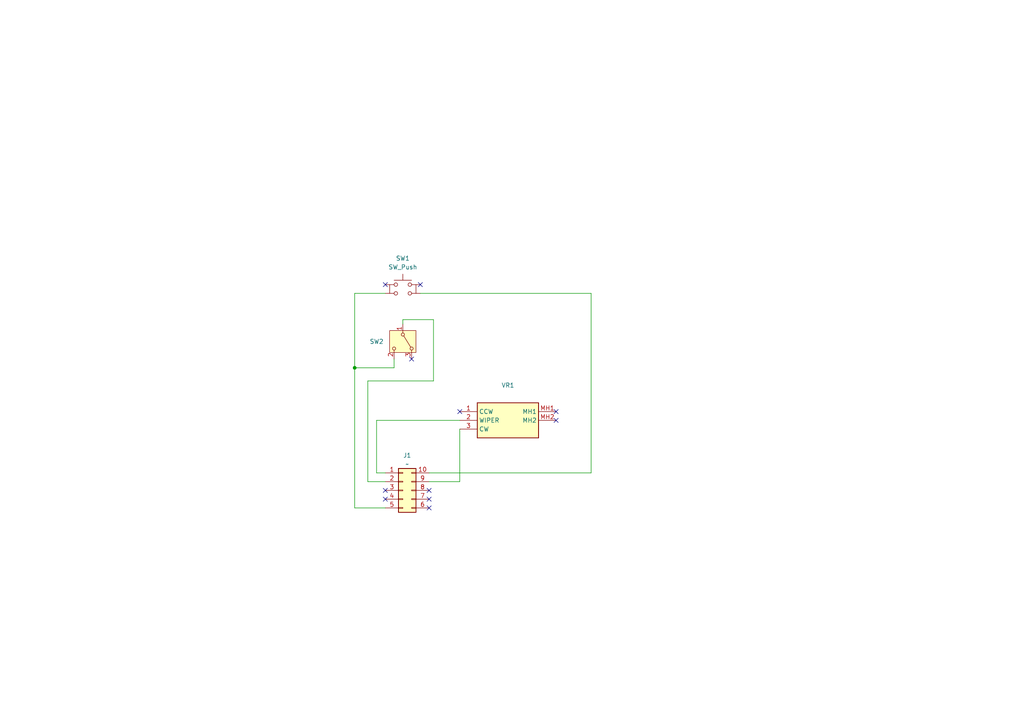
<source format=kicad_sch>
(kicad_sch (version 20231120) (generator "eeschema") (generator_version "8.0")
  (paper "A4")
  (title_block (title "Remote Control for AR3"))
  (lib_symbols
    (symbol "Connector_Generic:Conn_02x05_Counter_Clockwise" (pin_names (offset 1.016) hide)
      (property "Reference" "J" (at 1.27 7.62 0))
      (property "Value" "Conn_02x05_Counter_Clockwise" (at 1.27 -7.62 0))
      (symbol "Conn_02x05_Counter_Clockwise_1_1"
        (rectangle (start -1.27 -4.953) (end 0 -5.207) (stroke (width 0.1524)))
        (rectangle (start -1.27 -2.413) (end 0 -2.667) (stroke (width 0.1524)))
        (rectangle (start -1.27 0.127) (end 0 -0.127) (stroke (width 0.1524)))
        (rectangle (start -1.27 2.667) (end 0 2.413) (stroke (width 0.1524)))
        (rectangle (start -1.27 5.207) (end 0 4.953) (stroke (width 0.1524)))
        (rectangle (start -1.27 6.35) (end 3.81 -6.35) (stroke (width 0.254)) (fill (type background)))
        (rectangle (start 3.81 -4.953) (end 2.54 -5.207) (stroke (width 0.1524)))
        (rectangle (start 3.81 -2.413) (end 2.54 -2.667) (stroke (width 0.1524)))
        (rectangle (start 3.81 0.127) (end 2.54 -0.127) (stroke (width 0.1524)))
        (rectangle (start 3.81 2.667) (end 2.54 2.413) (stroke (width 0.1524)))
        (rectangle (start 3.81 5.207) (end 2.54 4.953) (stroke (width 0.1524)))
        (pin passive line (at -5.08 5.08 0) (length 3.81) (name "Pin_1") (number "1"))
        (pin passive line (at 7.62 5.08 180) (length 3.81) (name "Pin_10") (number "10"))
        (pin passive line (at -5.08 2.54 0) (length 3.81) (name "Pin_2") (number "2"))
        (pin passive line (at -5.08 0 0) (length 3.81) (name "Pin_3") (number "3"))
        (pin passive line (at -5.08 -2.54 0) (length 3.81) (name "Pin_4") (number "4"))
        (pin passive line (at -5.08 -5.08 0) (length 3.81) (name "Pin_5") (number "5"))
        (pin passive line (at 7.62 -5.08 180) (length 3.81) (name "Pin_6") (number "6"))
        (pin passive line (at 7.62 -2.54 180) (length 3.81) (name "Pin_7") (number "7"))
        (pin passive line (at 7.62 0 180) (length 3.81) (name "Pin_8") (number "8"))
        (pin passive line (at 7.62 2.54 180) (length 3.81) (name "Pin_9") (number "9"))
      )
    )
    (symbol "SamacSys_Parts:RV09AF-40-20K-B1M"
      (property "Reference" "VR" (at 24.13 7.62 0))
      (property "Value" "RV09AF-40-20K-B1M" (at 24.13 5.08 0))
      (symbol "RV09AF-40-20K-B1M_1_1"
        (rectangle (start 5.08 2.54) (end 22.86 -7.62) (stroke (width 0.254)) (fill (type background)))
        (pin passive line (at 0 0 0) (length 5.08) (name "CCW") (number "1"))
        (pin passive line (at 0 -2.54 0) (length 5.08) (name "WIPER") (number "2"))
        (pin passive line (at 0 -5.08 0) (length 5.08) (name "CW") (number "3"))
        (pin passive line (at 27.94 0 180) (length 5.08) (name "MH1") (number "MH1"))
        (pin passive line (at 27.94 -2.54 180) (length 5.08) (name "MH2") (number "MH2"))
      )
    )
    (symbol "Switch:SW_Push" (pin_numbers hide) (pin_names (offset 1.016) hide)
      (property "Reference" "SW1" (at 0 7.62 0))
      (property "Value" "SW_Push" (at 0 5.08 0))
      (symbol "SW_Push_0_1"
        (circle (center -2.032 -2.54) (radius 0.508))
        (circle (center -2.032 0) (radius 0.508))
        (polyline (pts (xy -3.81 -2.54) (xy -3.81 0)))
        (polyline (pts (xy 0 1.27) (xy 0 3.048)))
        (polyline (pts (xy 2.54 1.27) (xy -2.54 1.27)))
        (polyline (pts (xy 3.81 0) (xy 3.81 -2.54)))
        (circle (center 2.032 -2.54) (radius 0.508))
        (circle (center 2.032 0) (radius 0.508))
        (pin passive line (at 5.08 0 180) (length 2.54) (name "2") (number "2"))
        (pin passive line (at -5.08 -2.54 0) (length 2.54) (name "3") (number "3"))
        (pin passive line (at 5.08 -2.54 180) (length 2.54) (name "4") (number "4"))
      )
      (symbol "SW_Push_1_1"
        (pin passive line (at -5.08 0 0) (length 2.54) (name "1") (number "1"))
      )
    )
    (symbol "Switch:SW_Wuerth_450301014042" (pin_names (offset 1) hide)
      (property "Reference" "SW" (at 0 5.08 0))
      (property "Value" "SW_Wuerth_450301014042" (at 0 -5.08 0))
      (symbol "SW_Wuerth_450301014042_0_1"
        (circle (center -2.032 0) (radius 0.4572))
        (polyline (pts (xy -1.651 0.254) (xy 1.651 2.286)))
        (circle (center 2.032 -2.54) (radius 0.4572))
        (circle (center 2.032 2.54) (radius 0.4572))
      )
      (symbol "SW_Wuerth_450301014042_1_1"
        (rectangle (start -3.175 3.81) (end 3.175 -3.81) (fill (type background)))
        (pin passive line (at -5.08 0 0) (length 2.54) (name "B") (number "1"))
        (pin passive line (at 5.08 -2.54 180) (length 2.54) (name "C") (number "2"))
        (pin passive line (at 5.08 2.54 180) (length 2.54) (name "A") (number "3"))
      )
    )
  )
  (junction (at 102.87 106.68))
  (no_connect (at 111.76 142.24))
  (no_connect (at 161.29 119.38))
  (no_connect (at 124.46 147.32))
  (no_connect (at 119.38 104.14))
  (no_connect (at 111.76 82.55))
  (no_connect (at 161.29 121.92))
  (no_connect (at 111.76 144.78))
  (no_connect (at 124.46 144.78))
  (no_connect (at 124.46 142.24))
  (no_connect (at 121.92 82.55))
  (no_connect (at 133.35 119.38))
  (wire (pts (xy 171.45 85.09) (xy 121.92 85.09)))
  (wire (pts (xy 125.73 92.71) (xy 125.73 110.49)))
  (wire (pts (xy 106.68 139.7) (xy 111.76 139.7)))
  (wire (pts (xy 109.22 121.92) (xy 109.22 137.16)))
  (wire (pts (xy 102.87 106.68) (xy 102.87 147.32)))
  (wire (pts (xy 102.87 106.68) (xy 114.3 106.68)))
  (wire (pts (xy 116.84 92.71) (xy 125.73 92.71)))
  (wire (pts (xy 171.45 85.09) (xy 171.45 137.16)))
  (wire (pts (xy 133.35 139.7) (xy 124.46 139.7)))
  (wire (pts (xy 102.87 85.09) (xy 102.87 106.68)))
  (wire (pts (xy 133.35 121.92) (xy 109.22 121.92)))
  (wire (pts (xy 125.73 110.49) (xy 106.68 110.49)))
  (wire (pts (xy 111.76 85.09) (xy 102.87 85.09)))
  (wire (pts (xy 102.87 147.32) (xy 111.76 147.32)))
  (wire (pts (xy 116.84 93.98) (xy 116.84 92.71)))
  (wire (pts (xy 133.35 124.46) (xy 133.35 139.7)))
  (wire (pts (xy 171.45 137.16) (xy 124.46 137.16)))
  (wire (pts (xy 114.3 106.68) (xy 114.3 104.14)))
  (wire (pts (xy 106.68 110.49) (xy 106.68 139.7)))
  (wire (pts (xy 109.22 137.16) (xy 111.76 137.16)))
  (symbol (lib_id "Switch:SW_Push") (at 116.84 82.55 0) (unit 1)
    (property "Reference" "SW1" (at 116.84 74.93 0))
    (property "Value" "SW_Push" (at 116.84 77.47 0))
    (property "Footprint" "SamacSys_Parts:SW_Push_2P1T_Toggle_CK_PVA1xxH1xxxxxxV3" (effects (hide yes)))
    (property "Description" "Push button switch, generic, two pins" (effects (hide yes)))
  )
  (symbol (lib_id "Switch:SW_Wuerth_450301014042") (at 116.84 99.06 270) (unit 1)
    (property "Reference" "SW2" (at 107.188 99.06 90) (effects (justify left)))
    (property "Value" "SW_Wuerth_450301014042" (effects (hide yes)))
    (property "Footprint" "Button_Switch_THT:SW_Slide-03_Wuerth-WS-SLTV_10x2.5x6.4_P2.54mm" (effects (hide yes)))
    (property "Datasheet" "https://www.we-online.com/components/products/datasheet/450301014042.pdf" (effects (hide yes)))
    (property "Description" "Switch slide, single pole double throw" (effects (hide yes)))
  )
  (symbol (lib_id "Connector_Generic:Conn_02x05_Counter_Clockwise") (at 116.84 142.24 0) (unit 1)
    (property "Reference" "J1" (at 118.11 132.08 0))
    (property "Value" "~" (at 118.11 134.62 0))
    (property "Footprint" "Connector_PinHeader_2.54mm:PinHeader_2x05_P2.54mm_Vertical" (effects (hide yes)))
    (property "Description" "Generic connector, double row, 02x05, counter clockwise pin numbering scheme (similar to DIP package numbering), script generated (kicad-library-utils/schlib/autogen/connector/)" (effects (hide yes)))
  )
  (symbol (lib_id "SamacSys_Parts:RV09AF-40-20K-B1M") (at 133.35 119.38 0) (unit 1)
    (property "Reference" "VR1" (at 147.32 111.76 0))
    (property "Value" "RV09AF-40-20K-B1M" (effects (hide yes)))
    (property "Footprint" "SamacSys_Parts:RV09AF4020KB1M" (effects (hide yes)))
    (property "Datasheet" "http://www.taiwanalpha.com/downloads?target=products&id=71" (effects (hide yes)))
    (property "Description" "Potentiometers 20mm Linear 1MM" (effects (hide yes)))
    (property "Height" "20" (effects (hide yes)))
    (property "Mouser Part Number" "317-2090F-1M" (effects (hide yes)))
    (property "Mouser Price/Stock" "https://www.mouser.co.uk/ProductDetail/Alpha-Taiwan/RV09AF-40-20K-B1M?qs=ELfKxecGRndtlsh4tKfhTA%3D%3D" (effects (hide yes)))
    (property "Manufacturer_Name" "Alpha (Taiwan)" (effects (hide yes)))
    (property "Manufacturer_Part_Number" "RV09AF-40-20K-B1M" (effects (hide yes)))
  )
)
</source>
